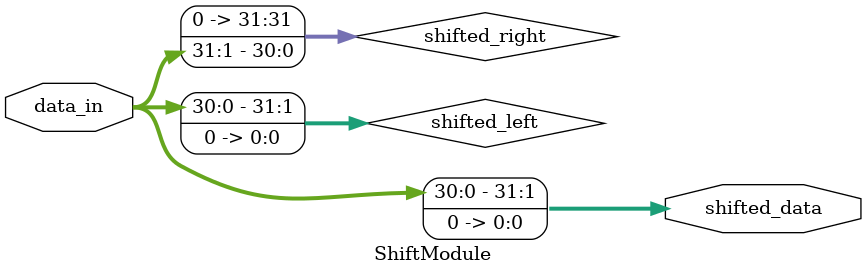
<source format=v>
module ShiftModule #(parameter DATA_WIDTH = 32, parameter SHIFT_AMOUNT = 1, parameter SHIFT_DIRECTION = 0) (
  input wire [DATA_WIDTH-1:0] data_in,
  output wire [DATA_WIDTH-1:0] shifted_data
);

  wire [DATA_WIDTH-1:0] shifted_left;
  wire [DATA_WIDTH-1:0] shifted_right;

  assign shifted_left = data_in << SHIFT_AMOUNT;
  assign shifted_right = data_in >> SHIFT_AMOUNT;

  assign shifted_data = (SHIFT_DIRECTION == 0) ? shifted_left : shifted_right;

endmodule

</source>
